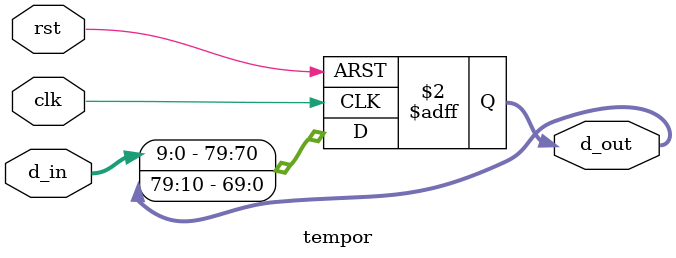
<source format=v>
`timescale 1ns / 1ps


module tempor(
        input clk, // clock input
        input rst, // reset input
        input [9:0]d_in, // data input
        output reg [79:0] d_out // data output
          );
         
  always @(posedge clk or posedge rst) begin
       if (rst) begin
         d_out <= 80'D0;
         end
      else
     begin
          d_out<={d_in,d_out[79:10]};
    end
    end
endmodule

</source>
